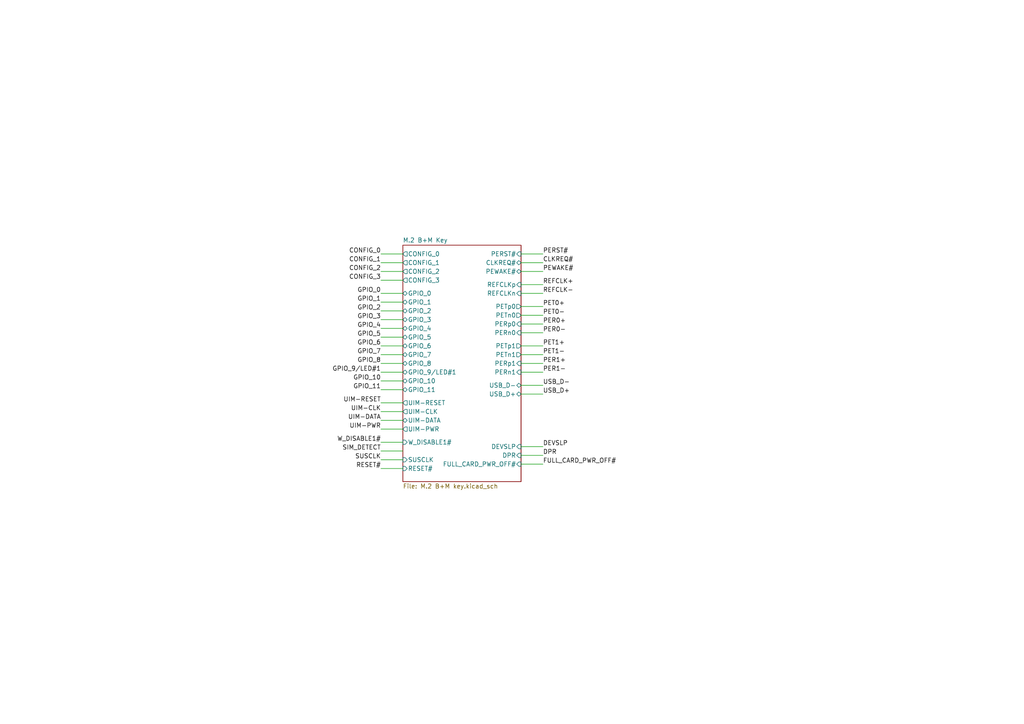
<source format=kicad_sch>
(kicad_sch
	(version 20250114)
	(generator "eeschema")
	(generator_version "9.0")
	(uuid "4d4860f4-2bdc-4b48-b740-5ce90df16949")
	(paper "A4")
	(lib_symbols)
	(wire
		(pts
			(xy 110.49 76.2) (xy 116.84 76.2)
		)
		(stroke
			(width 0)
			(type default)
		)
		(uuid "0004c63f-f3a4-4d13-90df-72dbe7af951c")
	)
	(wire
		(pts
			(xy 151.13 76.2) (xy 157.48 76.2)
		)
		(stroke
			(width 0)
			(type default)
		)
		(uuid "001ff8cd-eb67-48be-b393-eb0a58767114")
	)
	(wire
		(pts
			(xy 110.49 87.63) (xy 116.84 87.63)
		)
		(stroke
			(width 0)
			(type default)
		)
		(uuid "05a4078e-d13b-45b9-850d-911715e3a4ea")
	)
	(wire
		(pts
			(xy 151.13 93.98) (xy 157.48 93.98)
		)
		(stroke
			(width 0)
			(type default)
		)
		(uuid "118c1341-7e8f-4b65-8916-353088997969")
	)
	(wire
		(pts
			(xy 110.49 105.41) (xy 116.84 105.41)
		)
		(stroke
			(width 0)
			(type default)
		)
		(uuid "12d700f1-f5f8-496c-acc0-6d21f8d6d475")
	)
	(wire
		(pts
			(xy 151.13 107.95) (xy 157.48 107.95)
		)
		(stroke
			(width 0)
			(type default)
		)
		(uuid "1ae347e6-b693-41f1-9c10-b2a0587b837b")
	)
	(wire
		(pts
			(xy 110.49 102.87) (xy 116.84 102.87)
		)
		(stroke
			(width 0)
			(type default)
		)
		(uuid "1df6110c-86db-4f09-a954-77745e9b3efb")
	)
	(wire
		(pts
			(xy 151.13 134.62) (xy 157.48 134.62)
		)
		(stroke
			(width 0)
			(type default)
		)
		(uuid "1e9ab7a9-14c4-4ecb-83a0-7abb2d28f47f")
	)
	(wire
		(pts
			(xy 110.49 107.95) (xy 116.84 107.95)
		)
		(stroke
			(width 0)
			(type default)
		)
		(uuid "280e9836-9084-45f2-a92c-9fd1c5226d6d")
	)
	(wire
		(pts
			(xy 110.49 130.81) (xy 116.84 130.81)
		)
		(stroke
			(width 0)
			(type default)
		)
		(uuid "2f3268d0-de1a-4c2e-b70c-5b46e19f7091")
	)
	(wire
		(pts
			(xy 151.13 91.44) (xy 157.48 91.44)
		)
		(stroke
			(width 0)
			(type default)
		)
		(uuid "36bd4d44-dfe1-4aa6-983c-4e498d9e760c")
	)
	(wire
		(pts
			(xy 110.49 100.33) (xy 116.84 100.33)
		)
		(stroke
			(width 0)
			(type default)
		)
		(uuid "3a973a2d-2b14-4117-a6b7-3ad7b029adf9")
	)
	(wire
		(pts
			(xy 151.13 73.66) (xy 157.48 73.66)
		)
		(stroke
			(width 0)
			(type default)
		)
		(uuid "3d4fbc64-8f25-4dd3-a013-ba15eb507217")
	)
	(wire
		(pts
			(xy 151.13 88.9) (xy 157.48 88.9)
		)
		(stroke
			(width 0)
			(type default)
		)
		(uuid "3d86a518-6cab-4b21-9987-0461a71949de")
	)
	(wire
		(pts
			(xy 110.49 85.09) (xy 116.84 85.09)
		)
		(stroke
			(width 0)
			(type default)
		)
		(uuid "49c2c907-62cf-4eac-90ec-6c4be98b5f08")
	)
	(wire
		(pts
			(xy 110.49 133.35) (xy 116.84 133.35)
		)
		(stroke
			(width 0)
			(type default)
		)
		(uuid "4dab7566-a77c-4fac-95b5-354903810c15")
	)
	(wire
		(pts
			(xy 151.13 102.87) (xy 157.48 102.87)
		)
		(stroke
			(width 0)
			(type default)
		)
		(uuid "4f89567c-9568-4124-9e41-37bc906bc962")
	)
	(wire
		(pts
			(xy 151.13 129.54) (xy 157.48 129.54)
		)
		(stroke
			(width 0)
			(type default)
		)
		(uuid "590ed21c-09ae-4669-9265-389e99eaf8d6")
	)
	(wire
		(pts
			(xy 110.49 90.17) (xy 116.84 90.17)
		)
		(stroke
			(width 0)
			(type default)
		)
		(uuid "676a7e21-46a7-4783-8911-a26c1d48174f")
	)
	(wire
		(pts
			(xy 110.49 116.84) (xy 116.84 116.84)
		)
		(stroke
			(width 0)
			(type default)
		)
		(uuid "6e7760f9-ac29-459c-b1ef-2556748e61b0")
	)
	(wire
		(pts
			(xy 151.13 82.55) (xy 157.48 82.55)
		)
		(stroke
			(width 0)
			(type default)
		)
		(uuid "70c661f0-f31b-4441-9657-9a4bcba79adc")
	)
	(wire
		(pts
			(xy 151.13 96.52) (xy 157.48 96.52)
		)
		(stroke
			(width 0)
			(type default)
		)
		(uuid "7421dd78-c638-467e-a788-6a742cb5d3e3")
	)
	(wire
		(pts
			(xy 110.49 121.92) (xy 116.84 121.92)
		)
		(stroke
			(width 0)
			(type default)
		)
		(uuid "7a9295a8-4155-4939-92bf-00ee45c78c33")
	)
	(wire
		(pts
			(xy 151.13 100.33) (xy 157.48 100.33)
		)
		(stroke
			(width 0)
			(type default)
		)
		(uuid "7ab2aea9-de84-4181-a815-28ad1da082dd")
	)
	(wire
		(pts
			(xy 151.13 114.3) (xy 157.48 114.3)
		)
		(stroke
			(width 0)
			(type default)
		)
		(uuid "7ed9c09b-a8bb-4202-9647-30917b443e72")
	)
	(wire
		(pts
			(xy 110.49 135.89) (xy 116.84 135.89)
		)
		(stroke
			(width 0)
			(type default)
		)
		(uuid "7fa1911f-e05d-45da-aaab-fe40c9e40c3a")
	)
	(wire
		(pts
			(xy 110.49 110.49) (xy 116.84 110.49)
		)
		(stroke
			(width 0)
			(type default)
		)
		(uuid "8141bec4-14ef-4422-9cde-74ae1e9d68a4")
	)
	(wire
		(pts
			(xy 110.49 124.46) (xy 116.84 124.46)
		)
		(stroke
			(width 0)
			(type default)
		)
		(uuid "9114b8de-6894-401b-b37b-607271221e4e")
	)
	(wire
		(pts
			(xy 151.13 132.08) (xy 157.48 132.08)
		)
		(stroke
			(width 0)
			(type default)
		)
		(uuid "9995f8f4-610d-47a4-8a82-96bb2ea99b17")
	)
	(wire
		(pts
			(xy 110.49 113.03) (xy 116.84 113.03)
		)
		(stroke
			(width 0)
			(type default)
		)
		(uuid "a2ff2f4f-69dc-47ea-8c74-5f9321a1e0e9")
	)
	(wire
		(pts
			(xy 110.49 81.28) (xy 116.84 81.28)
		)
		(stroke
			(width 0)
			(type default)
		)
		(uuid "ace85fdc-434b-4ace-b20c-529e99f50deb")
	)
	(wire
		(pts
			(xy 110.49 128.27) (xy 116.84 128.27)
		)
		(stroke
			(width 0)
			(type default)
		)
		(uuid "b58a3410-a059-44c1-afef-242c3eaef373")
	)
	(wire
		(pts
			(xy 110.49 92.71) (xy 116.84 92.71)
		)
		(stroke
			(width 0)
			(type default)
		)
		(uuid "bef38c67-c011-4776-80fd-abf00e5d90de")
	)
	(wire
		(pts
			(xy 151.13 111.76) (xy 157.48 111.76)
		)
		(stroke
			(width 0)
			(type default)
		)
		(uuid "c3eb1eba-3a35-4a1a-a935-cfbed7281467")
	)
	(wire
		(pts
			(xy 110.49 73.66) (xy 116.84 73.66)
		)
		(stroke
			(width 0)
			(type default)
		)
		(uuid "d3f7d7d6-2ba7-4178-8f05-f94274af3f63")
	)
	(wire
		(pts
			(xy 110.49 97.79) (xy 116.84 97.79)
		)
		(stroke
			(width 0)
			(type default)
		)
		(uuid "dc29b7e4-8919-4679-ad45-c542b3e87e17")
	)
	(wire
		(pts
			(xy 110.49 95.25) (xy 116.84 95.25)
		)
		(stroke
			(width 0)
			(type default)
		)
		(uuid "dd5e0b6d-3544-4574-ae3f-67188b83f18b")
	)
	(wire
		(pts
			(xy 151.13 85.09) (xy 157.48 85.09)
		)
		(stroke
			(width 0)
			(type default)
		)
		(uuid "df6e4fdc-9eee-4709-8ceb-0a90185b203e")
	)
	(wire
		(pts
			(xy 151.13 78.74) (xy 157.48 78.74)
		)
		(stroke
			(width 0)
			(type default)
		)
		(uuid "e48a46c9-29b6-4f5d-b666-785c051daa35")
	)
	(wire
		(pts
			(xy 110.49 78.74) (xy 116.84 78.74)
		)
		(stroke
			(width 0)
			(type default)
		)
		(uuid "e4c1255f-6d0e-4ade-bd89-d3e0cbb4d57b")
	)
	(wire
		(pts
			(xy 151.13 105.41) (xy 157.48 105.41)
		)
		(stroke
			(width 0)
			(type default)
		)
		(uuid "e6cc3bc9-5b6f-44e8-b0df-8dbc4f6e078f")
	)
	(wire
		(pts
			(xy 110.49 119.38) (xy 116.84 119.38)
		)
		(stroke
			(width 0)
			(type default)
		)
		(uuid "edce4171-61f9-4c2a-b03f-9b917c008520")
	)
	(label "USB_D+"
		(at 157.48 114.3 0)
		(effects
			(font
				(size 1.27 1.27)
			)
			(justify left bottom)
		)
		(uuid "017b8d6a-ce1b-44c7-ac0d-41ffde294527")
	)
	(label "DEVSLP"
		(at 157.48 129.54 0)
		(effects
			(font
				(size 1.27 1.27)
			)
			(justify left bottom)
		)
		(uuid "055f2a0c-91e4-4e0e-aa9d-f8e638e6627d")
	)
	(label "RESET#"
		(at 110.49 135.89 180)
		(effects
			(font
				(size 1.27 1.27)
			)
			(justify right bottom)
		)
		(uuid "07c760ba-1c77-4d1c-94f4-806851b7766d")
	)
	(label "UIM-RESET"
		(at 110.49 116.84 180)
		(effects
			(font
				(size 1.27 1.27)
			)
			(justify right bottom)
		)
		(uuid "0d1c8837-0e8c-47a9-af4a-eb3a9105e5b0")
	)
	(label "SIM_DETECT"
		(at 110.49 130.81 180)
		(effects
			(font
				(size 1.27 1.27)
			)
			(justify right bottom)
		)
		(uuid "0d4bff32-3825-4abb-b4f2-6d9deb5321bd")
	)
	(label "W_DISABLE1#"
		(at 110.49 128.27 180)
		(effects
			(font
				(size 1.27 1.27)
			)
			(justify right bottom)
		)
		(uuid "11ab3d22-24e4-4fc3-9518-3fbf83814e62")
	)
	(label "PERST#"
		(at 157.48 73.66 0)
		(effects
			(font
				(size 1.27 1.27)
			)
			(justify left bottom)
		)
		(uuid "13244bbc-0934-43cb-91ad-1fdae4b27ad3")
	)
	(label "GPIO_6"
		(at 110.49 100.33 180)
		(effects
			(font
				(size 1.27 1.27)
			)
			(justify right bottom)
		)
		(uuid "18c30994-5ad8-49b9-9287-9b4bee638d88")
	)
	(label "PET0-"
		(at 157.48 91.44 0)
		(effects
			(font
				(size 1.27 1.27)
			)
			(justify left bottom)
		)
		(uuid "1a916e10-c1b9-441c-a106-0384867471ef")
	)
	(label "SUSCLK"
		(at 110.49 133.35 180)
		(effects
			(font
				(size 1.27 1.27)
			)
			(justify right bottom)
		)
		(uuid "1cede8e8-0aef-4e3d-a494-9ded630de9bd")
	)
	(label "PEWAKE#"
		(at 157.48 78.74 0)
		(effects
			(font
				(size 1.27 1.27)
			)
			(justify left bottom)
		)
		(uuid "237546db-2334-44db-908f-29ec1a7239a6")
	)
	(label "CONFIG_1"
		(at 110.49 76.2 180)
		(effects
			(font
				(size 1.27 1.27)
			)
			(justify right bottom)
		)
		(uuid "2590b493-eeec-410d-bec1-860f168a21ea")
	)
	(label "GPIO_3"
		(at 110.49 92.71 180)
		(effects
			(font
				(size 1.27 1.27)
			)
			(justify right bottom)
		)
		(uuid "261116a3-114b-42d3-9288-ea02ba1ddb37")
	)
	(label "GPIO_10"
		(at 110.49 110.49 180)
		(effects
			(font
				(size 1.27 1.27)
			)
			(justify right bottom)
		)
		(uuid "2da07b58-f6ea-4cc1-a39e-6674b9143f7c")
	)
	(label "USB_D-"
		(at 157.48 111.76 0)
		(effects
			(font
				(size 1.27 1.27)
			)
			(justify left bottom)
		)
		(uuid "37f66b99-3735-4a18-9b71-0f01a353d4f0")
	)
	(label "PER0+"
		(at 157.48 93.98 0)
		(effects
			(font
				(size 1.27 1.27)
			)
			(justify left bottom)
		)
		(uuid "38e555c1-4870-40ed-a989-0000c58f73aa")
	)
	(label "PET0+"
		(at 157.48 88.9 0)
		(effects
			(font
				(size 1.27 1.27)
			)
			(justify left bottom)
		)
		(uuid "47f32fdd-da3b-45b9-8559-cc724ab38b99")
	)
	(label "CLKREQ#"
		(at 157.48 76.2 0)
		(effects
			(font
				(size 1.27 1.27)
			)
			(justify left bottom)
		)
		(uuid "4e5351d0-82bb-421a-9333-73691a2cc724")
	)
	(label "GPIO_11"
		(at 110.49 113.03 180)
		(effects
			(font
				(size 1.27 1.27)
			)
			(justify right bottom)
		)
		(uuid "50f12c40-2f9e-4d9a-91e3-079fc20230bb")
	)
	(label "GPIO_2"
		(at 110.49 90.17 180)
		(effects
			(font
				(size 1.27 1.27)
			)
			(justify right bottom)
		)
		(uuid "51a145e0-a378-41d7-a866-3f393d46d2a9")
	)
	(label "PER0-"
		(at 157.48 96.52 0)
		(effects
			(font
				(size 1.27 1.27)
			)
			(justify left bottom)
		)
		(uuid "56e484a7-b348-4378-818d-f19a9fedc682")
	)
	(label "REFCLK-"
		(at 157.48 85.09 0)
		(effects
			(font
				(size 1.27 1.27)
			)
			(justify left bottom)
		)
		(uuid "57745716-d3b6-4202-baa8-a425bf058ff6")
	)
	(label "GPIO_8"
		(at 110.49 105.41 180)
		(effects
			(font
				(size 1.27 1.27)
			)
			(justify right bottom)
		)
		(uuid "69990535-7edc-4ca6-85bf-be2aca1f38ff")
	)
	(label "CONFIG_3"
		(at 110.49 81.28 180)
		(effects
			(font
				(size 1.27 1.27)
			)
			(justify right bottom)
		)
		(uuid "6fb4d86a-1520-4783-bac4-cb7baf9bf11c")
	)
	(label "PER1-"
		(at 157.48 107.95 0)
		(effects
			(font
				(size 1.27 1.27)
			)
			(justify left bottom)
		)
		(uuid "723be435-68b6-4e93-82d4-19ac07d148c9")
	)
	(label "GPIO_4"
		(at 110.49 95.25 180)
		(effects
			(font
				(size 1.27 1.27)
			)
			(justify right bottom)
		)
		(uuid "7411e9e6-be21-4267-9ce0-276fc9a575bc")
	)
	(label "FULL_CARD_PWR_OFF#"
		(at 157.48 134.62 0)
		(effects
			(font
				(size 1.27 1.27)
			)
			(justify left bottom)
		)
		(uuid "824c6cd3-2013-4281-862d-bb07ca86ad96")
	)
	(label "UIM-CLK"
		(at 110.49 119.38 180)
		(effects
			(font
				(size 1.27 1.27)
			)
			(justify right bottom)
		)
		(uuid "84172a5b-af18-40f4-a7f6-4510cf2b1a03")
	)
	(label "DPR"
		(at 157.48 132.08 0)
		(effects
			(font
				(size 1.27 1.27)
			)
			(justify left bottom)
		)
		(uuid "89d16ec4-243c-4a34-85c2-04ffd34f8d76")
	)
	(label "REFCLK+"
		(at 157.48 82.55 0)
		(effects
			(font
				(size 1.27 1.27)
			)
			(justify left bottom)
		)
		(uuid "8eba8f85-c4ee-477b-ac23-c86b2b6e7960")
	)
	(label "CONFIG_2"
		(at 110.49 78.74 180)
		(effects
			(font
				(size 1.27 1.27)
			)
			(justify right bottom)
		)
		(uuid "92d03190-3c86-4330-9465-636019ac660a")
	)
	(label "GPIO_0"
		(at 110.49 85.09 180)
		(effects
			(font
				(size 1.27 1.27)
			)
			(justify right bottom)
		)
		(uuid "975b3d81-1636-489e-bdbb-6d9087032135")
	)
	(label "PER1+"
		(at 157.48 105.41 0)
		(effects
			(font
				(size 1.27 1.27)
			)
			(justify left bottom)
		)
		(uuid "97c543da-476c-4dc9-820e-df7721ddcfed")
	)
	(label "GPIO_9{slash}LED#1"
		(at 110.49 107.95 180)
		(effects
			(font
				(size 1.27 1.27)
			)
			(justify right bottom)
		)
		(uuid "9997c90a-d757-4f8a-b134-c3f7c795368b")
	)
	(label "PET1-"
		(at 157.48 102.87 0)
		(effects
			(font
				(size 1.27 1.27)
			)
			(justify left bottom)
		)
		(uuid "9fe8bb1f-f193-4f49-bb48-9a7e055975d0")
	)
	(label "PET1+"
		(at 157.48 100.33 0)
		(effects
			(font
				(size 1.27 1.27)
			)
			(justify left bottom)
		)
		(uuid "a72d5a91-9c17-4b70-8ef1-72414585960d")
	)
	(label "GPIO_7"
		(at 110.49 102.87 180)
		(effects
			(font
				(size 1.27 1.27)
			)
			(justify right bottom)
		)
		(uuid "ab9dccbf-920d-4aec-8fbb-f2bcfc4c1f33")
	)
	(label "GPIO_1"
		(at 110.49 87.63 180)
		(effects
			(font
				(size 1.27 1.27)
			)
			(justify right bottom)
		)
		(uuid "adc73766-3325-4506-8815-eb2c02599821")
	)
	(label "GPIO_5"
		(at 110.49 97.79 180)
		(effects
			(font
				(size 1.27 1.27)
			)
			(justify right bottom)
		)
		(uuid "c1a21370-8157-4dc3-b011-0448a9c18c94")
	)
	(label "CONFIG_0"
		(at 110.49 73.66 180)
		(effects
			(font
				(size 1.27 1.27)
			)
			(justify right bottom)
		)
		(uuid "d87968bb-90ea-4923-930d-9140997bf7d8")
	)
	(label "UIM-PWR"
		(at 110.49 124.46 180)
		(effects
			(font
				(size 1.27 1.27)
			)
			(justify right bottom)
		)
		(uuid "ea1494e2-e419-44ab-9f21-512109e54229")
	)
	(label "UIM-DATA"
		(at 110.49 121.92 180)
		(effects
			(font
				(size 1.27 1.27)
			)
			(justify right bottom)
		)
		(uuid "fcc16560-d91e-405a-b82e-c0428372bafc")
	)
	(sheet
		(at 116.84 71.12)
		(size 34.29 68.58)
		(exclude_from_sim no)
		(in_bom yes)
		(on_board yes)
		(dnp no)
		(fields_autoplaced yes)
		(stroke
			(width 0.1524)
			(type solid)
		)
		(fill
			(color 0 0 0 0.0000)
		)
		(uuid "380d4eb8-16bb-4061-873c-1ba2cf97bca6")
		(property "Sheetname" "M.2 B+M Key"
			(at 116.84 70.4084 0)
			(effects
				(font
					(size 1.27 1.27)
				)
				(justify left bottom)
			)
		)
		(property "Sheetfile" "M.2 B+M key.kicad_sch"
			(at 116.84 140.2846 0)
			(effects
				(font
					(size 1.27 1.27)
				)
				(justify left top)
			)
		)
		(pin "GPIO_9/LED#1" bidirectional
			(at 116.84 107.95 180)
			(uuid "538f92b3-9434-42b1-b41a-1c9793049d35")
			(effects
				(font
					(size 1.27 1.27)
				)
				(justify left)
			)
		)
		(pin "GPIO_0" bidirectional
			(at 116.84 85.09 180)
			(uuid "1efb598f-638b-4363-8123-44f0d62a97b6")
			(effects
				(font
					(size 1.27 1.27)
				)
				(justify left)
			)
		)
		(pin "UIM-RESET" output
			(at 116.84 116.84 180)
			(uuid "7fcfc77c-8ddc-429d-9c59-50f844b579d2")
			(effects
				(font
					(size 1.27 1.27)
				)
				(justify left)
			)
		)
		(pin "UIM-DATA" bidirectional
			(at 116.84 121.92 180)
			(uuid "e611f40d-5ab8-4b26-b1cf-db60e477302a")
			(effects
				(font
					(size 1.27 1.27)
				)
				(justify left)
			)
		)
		(pin "GPIO_3" bidirectional
			(at 116.84 92.71 180)
			(uuid "844b97d0-4b4f-498a-9876-96c9e2fafaa9")
			(effects
				(font
					(size 1.27 1.27)
				)
				(justify left)
			)
		)
		(pin "GPIO_5" bidirectional
			(at 116.84 97.79 180)
			(uuid "f67da5e7-0c50-4921-8899-ca1c45b73c49")
			(effects
				(font
					(size 1.27 1.27)
				)
				(justify left)
			)
		)
		(pin "CONFIG_1" output
			(at 116.84 76.2 180)
			(uuid "d52725c1-4d09-42cb-b39f-b091ced06d25")
			(effects
				(font
					(size 1.27 1.27)
				)
				(justify left)
			)
		)
		(pin "CONFIG_2" output
			(at 116.84 78.74 180)
			(uuid "66cebbd6-b8f5-4c25-89d9-dc2b0f76e967")
			(effects
				(font
					(size 1.27 1.27)
				)
				(justify left)
			)
		)
		(pin "PERn1" input
			(at 151.13 107.95 0)
			(uuid "10f4cae1-111b-4511-a087-4f30c97412a1")
			(effects
				(font
					(size 1.27 1.27)
				)
				(justify right)
			)
		)
		(pin "PETn1" output
			(at 151.13 102.87 0)
			(uuid "e56fb4eb-830d-4f93-b5a3-13de63cdcaaa")
			(effects
				(font
					(size 1.27 1.27)
				)
				(justify right)
			)
		)
		(pin "DPR" input
			(at 151.13 132.08 0)
			(uuid "ba932409-81dd-4703-8f30-8e9f2c35ccd7")
			(effects
				(font
					(size 1.27 1.27)
				)
				(justify right)
			)
		)
		(pin "GPIO_10" bidirectional
			(at 116.84 110.49 180)
			(uuid "5dd3b9b8-e9b5-412f-af9b-9baff662c600")
			(effects
				(font
					(size 1.27 1.27)
				)
				(justify left)
			)
		)
		(pin "UIM-PWR" output
			(at 116.84 124.46 180)
			(uuid "b4231677-99b9-434e-9e34-0a430b54cc4f")
			(effects
				(font
					(size 1.27 1.27)
				)
				(justify left)
			)
		)
		(pin "GPIO_7" bidirectional
			(at 116.84 102.87 180)
			(uuid "f77565dc-55e1-4dd9-b481-25f78b9d4fde")
			(effects
				(font
					(size 1.27 1.27)
				)
				(justify left)
			)
		)
		(pin "REFCLKp" input
			(at 151.13 82.55 0)
			(uuid "949f7b6e-816e-4a13-9686-2ad813cf1b2b")
			(effects
				(font
					(size 1.27 1.27)
				)
				(justify right)
			)
		)
		(pin "DEVSLP" input
			(at 151.13 129.54 0)
			(uuid "b4dd3dc9-a9e5-41d4-b6b0-22c8fc54e68a")
			(effects
				(font
					(size 1.27 1.27)
				)
				(justify right)
			)
		)
		(pin "PERn0" input
			(at 151.13 96.52 0)
			(uuid "0089479f-6fab-4ac1-b407-50de815b5a7b")
			(effects
				(font
					(size 1.27 1.27)
				)
				(justify right)
			)
		)
		(pin "GPIO_1" bidirectional
			(at 116.84 87.63 180)
			(uuid "b7f2ee5c-bc7e-4f93-882f-cc7539b68543")
			(effects
				(font
					(size 1.27 1.27)
				)
				(justify left)
			)
		)
		(pin "GPIO_4" bidirectional
			(at 116.84 95.25 180)
			(uuid "26a717cc-bb82-467c-b699-cd47de531925")
			(effects
				(font
					(size 1.27 1.27)
				)
				(justify left)
			)
		)
		(pin "PETp0" output
			(at 151.13 88.9 0)
			(uuid "9a15edab-2229-4c48-944c-28214b3fc6db")
			(effects
				(font
					(size 1.27 1.27)
				)
				(justify right)
			)
		)
		(pin "CONFIG_0" output
			(at 116.84 73.66 180)
			(uuid "498955a9-0156-4b9d-a9f0-92c6f90e5017")
			(effects
				(font
					(size 1.27 1.27)
				)
				(justify left)
			)
		)
		(pin "PERp0" input
			(at 151.13 93.98 0)
			(uuid "ba45e234-a957-45cc-bdb6-70376e92c65e")
			(effects
				(font
					(size 1.27 1.27)
				)
				(justify right)
			)
		)
		(pin "PETn0" output
			(at 151.13 91.44 0)
			(uuid "338d57a0-0910-4ae5-bf83-e9db6b4e3459")
			(effects
				(font
					(size 1.27 1.27)
				)
				(justify right)
			)
		)
		(pin "REFCLKn" input
			(at 151.13 85.09 0)
			(uuid "a4d1cb00-6b5c-4adb-8090-2df5136d7c14")
			(effects
				(font
					(size 1.27 1.27)
				)
				(justify right)
			)
		)
		(pin "SUSCLK" input
			(at 116.84 133.35 180)
			(uuid "fa8262a3-b375-45f4-9903-b556badd5cc0")
			(effects
				(font
					(size 1.27 1.27)
				)
				(justify left)
			)
		)
		(pin "PETp1" output
			(at 151.13 100.33 0)
			(uuid "d3ee7f59-8874-4032-a3d7-4c2a5e35bc1f")
			(effects
				(font
					(size 1.27 1.27)
				)
				(justify right)
			)
		)
		(pin "USB_D+" bidirectional
			(at 151.13 114.3 0)
			(uuid "f659c070-e864-4c67-8102-4c2e4b415e0d")
			(effects
				(font
					(size 1.27 1.27)
				)
				(justify right)
			)
		)
		(pin "FULL_CARD_PWR_OFF#" input
			(at 151.13 134.62 0)
			(uuid "773b53ca-ea81-40b9-8a60-623e6c541b59")
			(effects
				(font
					(size 1.27 1.27)
				)
				(justify right)
			)
		)
		(pin "GPIO_8" bidirectional
			(at 116.84 105.41 180)
			(uuid "afd532d4-761e-4dca-a1c4-1b678ff7ac2b")
			(effects
				(font
					(size 1.27 1.27)
				)
				(justify left)
			)
		)
		(pin "W_DISABLE1#" input
			(at 116.84 128.27 180)
			(uuid "da75bbbf-2712-461d-9f9f-1673114c5ebb")
			(effects
				(font
					(size 1.27 1.27)
				)
				(justify left)
			)
		)
		(pin "USB_D-" bidirectional
			(at 151.13 111.76 0)
			(uuid "a10c539a-9716-4c36-97b6-953ba981bb57")
			(effects
				(font
					(size 1.27 1.27)
				)
				(justify right)
			)
		)
		(pin "PERp1" input
			(at 151.13 105.41 0)
			(uuid "579e6c2f-2ca7-448d-a981-20116d8292b5")
			(effects
				(font
					(size 1.27 1.27)
				)
				(justify right)
			)
		)
		(pin "GPIO_2" bidirectional
			(at 116.84 90.17 180)
			(uuid "4ad62783-0604-4297-84df-90920ec03f88")
			(effects
				(font
					(size 1.27 1.27)
				)
				(justify left)
			)
		)
		(pin "RESET#" input
			(at 116.84 135.89 180)
			(uuid "a5904f87-5b1e-40d9-8331-1e5211e74614")
			(effects
				(font
					(size 1.27 1.27)
				)
				(justify left)
			)
		)
		(pin "PERST#" input
			(at 151.13 73.66 0)
			(uuid "f4a0eea1-d83f-4976-af3c-8ea87957b6e7")
			(effects
				(font
					(size 1.27 1.27)
				)
				(justify right)
			)
		)
		(pin "CONFIG_3" output
			(at 116.84 81.28 180)
			(uuid "b1888e6f-6008-4018-8566-fb235675f027")
			(effects
				(font
					(size 1.27 1.27)
				)
				(justify left)
			)
		)
		(pin "GPIO_11" bidirectional
			(at 116.84 113.03 180)
			(uuid "582e7dbe-b964-43c3-aa5e-d20c633cc2b6")
			(effects
				(font
					(size 1.27 1.27)
				)
				(justify left)
			)
		)
		(pin "UIM-CLK" output
			(at 116.84 119.38 180)
			(uuid "dc4e54e1-2823-4599-9a0f-20125e68729c")
			(effects
				(font
					(size 1.27 1.27)
				)
				(justify left)
			)
		)
		(pin "PEWAKE#" bidirectional
			(at 151.13 78.74 0)
			(uuid "8e1e6ff5-80e5-4bf5-adab-dc89e3aa6ce6")
			(effects
				(font
					(size 1.27 1.27)
				)
				(justify right)
			)
		)
		(pin "CLKREQ#" bidirectional
			(at 151.13 76.2 0)
			(uuid "f3766072-d067-4acf-a4a9-0328a100ef41")
			(effects
				(font
					(size 1.27 1.27)
				)
				(justify right)
			)
		)
		(pin "GPIO_6" bidirectional
			(at 116.84 100.33 180)
			(uuid "e11a6b0a-b4e5-4e36-980d-fece95211f2c")
			(effects
				(font
					(size 1.27 1.27)
				)
				(justify left)
			)
		)
		(instances
			(project "M.2 B+M Key 30110"
				(path "/4d4860f4-2bdc-4b48-b740-5ce90df16949"
					(page "2")
				)
			)
		)
	)
	(sheet_instances
		(path "/"
			(page "1")
		)
	)
	(embedded_fonts no)
)

</source>
